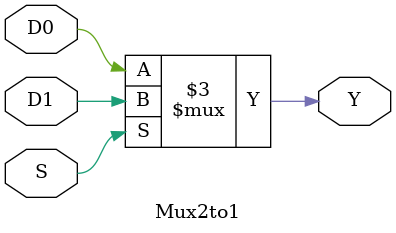
<source format=v>
module Mux2to1(S,D0,D1,Y);
input wire  D0, D1;
input wire S;
output reg Y;

always @(D0 or D1 or S)
begin
if(S)
 Y = D1;
else 
 Y = D0;
end
endmodule

</source>
